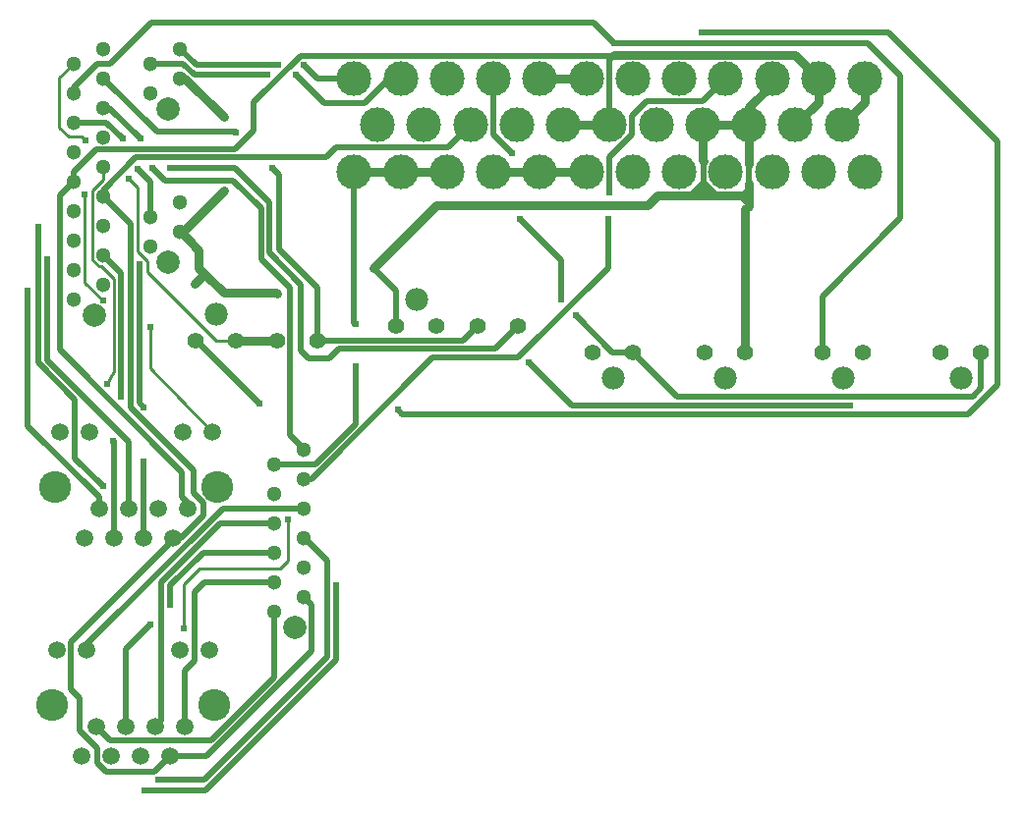
<source format=gbr>
G04 #@! TF.FileFunction,Copper,L1,Top,Signal*
%FSLAX46Y46*%
G04 Gerber Fmt 4.6, Leading zero omitted, Abs format (unit mm)*
G04 Created by KiCad (PCBNEW 4.0.7-e2-6376~58~ubuntu16.04.1) date Thu Mar  1 20:25:12 2018*
%MOMM*%
%LPD*%
G01*
G04 APERTURE LIST*
%ADD10C,0.100000*%
%ADD11C,1.300000*%
%ADD12C,2.000000*%
%ADD13C,3.000000*%
%ADD14C,1.500000*%
%ADD15C,2.750000*%
%ADD16C,1.397000*%
%ADD17C,1.981000*%
%ADD18C,0.609600*%
%ADD19C,0.254000*%
%ADD20C,0.762000*%
%ADD21C,0.508000*%
G04 APERTURE END LIST*
D10*
D11*
X40640000Y-54610000D03*
X40640000Y-57150000D03*
X40640000Y-59690000D03*
X40640000Y-52070000D03*
X43180000Y-58420000D03*
X43180000Y-55880000D03*
X43180000Y-53340000D03*
X43180000Y-50800000D03*
X40640000Y-49530000D03*
X43180000Y-48260000D03*
X40640000Y-46990000D03*
X43180000Y-45720000D03*
X40640000Y-44450000D03*
X43180000Y-43180000D03*
X40640000Y-41910000D03*
X43180000Y-40640000D03*
X40640000Y-39370000D03*
X43180000Y-38100000D03*
D12*
X42440000Y-61090000D03*
D13*
X80816000Y-40696000D03*
X104816000Y-40696000D03*
X100816000Y-40696000D03*
X96816000Y-40696000D03*
X92816000Y-40696000D03*
X88816000Y-40696000D03*
X84816000Y-40696000D03*
X102816000Y-44696000D03*
X98816000Y-44696000D03*
X90816000Y-44696000D03*
X94816000Y-44696000D03*
X86816000Y-44696000D03*
X82816000Y-44696000D03*
X84816000Y-48696000D03*
X88816000Y-48696000D03*
X96816000Y-48696000D03*
X92816000Y-48696000D03*
X100816000Y-48696000D03*
X104816000Y-48696000D03*
X108816000Y-40696000D03*
X106816000Y-44696000D03*
X108816000Y-48696000D03*
X80816000Y-48696000D03*
X78816000Y-44696000D03*
X76816000Y-40696000D03*
X76816000Y-48696000D03*
X72816000Y-40696000D03*
X74816000Y-44696000D03*
X72816000Y-48696000D03*
X68816000Y-40696000D03*
X70816000Y-44696000D03*
X68816000Y-48696000D03*
X64816000Y-40696000D03*
X66816000Y-44696000D03*
X64816000Y-48696000D03*
D14*
X52578000Y-71120000D03*
X50038000Y-71120000D03*
X39478000Y-71120000D03*
X42018000Y-71120000D03*
X50478000Y-77750000D03*
X47938000Y-77750000D03*
X45398000Y-77750000D03*
X42858000Y-77750000D03*
X49208000Y-80290000D03*
X46668000Y-80290000D03*
X44128000Y-80290000D03*
X41588000Y-80290000D03*
D15*
X52978000Y-75870000D03*
X39078000Y-75870000D03*
D16*
X54638000Y-63246000D03*
X51138000Y-63246000D03*
D17*
X52888000Y-61016000D03*
D16*
X58138000Y-63246000D03*
X61638000Y-63246000D03*
X115316000Y-64262000D03*
X118816000Y-64262000D03*
D17*
X117066000Y-66492000D03*
D16*
X105156000Y-64262000D03*
X108656000Y-64262000D03*
D17*
X106906000Y-66492000D03*
D16*
X85344000Y-64262000D03*
X88844000Y-64262000D03*
D17*
X87094000Y-66492000D03*
D16*
X71910000Y-61976000D03*
X68410000Y-61976000D03*
D17*
X70160000Y-59746000D03*
D16*
X75410000Y-61976000D03*
X78910000Y-61976000D03*
D11*
X47244000Y-39370000D03*
X47244000Y-41910000D03*
X49784000Y-40640000D03*
X49784000Y-38100000D03*
D12*
X48744000Y-43310000D03*
D11*
X47244000Y-52578000D03*
X47244000Y-55118000D03*
X49784000Y-53848000D03*
X49784000Y-51308000D03*
D12*
X48744000Y-56518000D03*
D14*
X52324000Y-89916000D03*
X49784000Y-89916000D03*
X39224000Y-89916000D03*
X41764000Y-89916000D03*
X50224000Y-96546000D03*
X47684000Y-96546000D03*
X45144000Y-96546000D03*
X42604000Y-96546000D03*
X48954000Y-99086000D03*
X46414000Y-99086000D03*
X43874000Y-99086000D03*
X41334000Y-99086000D03*
D15*
X52724000Y-94666000D03*
X38824000Y-94666000D03*
D11*
X57912000Y-81534000D03*
X57912000Y-84074000D03*
X57912000Y-86614000D03*
X57912000Y-78994000D03*
X60452000Y-85344000D03*
X60452000Y-82804000D03*
X60452000Y-80264000D03*
X60452000Y-77724000D03*
X57912000Y-76454000D03*
X60452000Y-75184000D03*
X57912000Y-73914000D03*
X60452000Y-72644000D03*
D12*
X59712000Y-88014000D03*
D16*
X94996000Y-64262000D03*
X98496000Y-64262000D03*
D17*
X96746000Y-66492000D03*
D18*
X41671240Y-46050200D03*
X45405040Y-49352200D03*
X94706440Y-36703000D03*
X68569840Y-69240400D03*
X56657240Y-68681600D03*
X54625240Y-45313600D03*
X57749440Y-48412400D03*
X83886040Y-61066680D03*
X82621120Y-59766200D03*
X79044800Y-52796440D03*
X78445360Y-47091600D03*
X87249000Y-37592000D03*
X46395640Y-45872400D03*
X48935640Y-48412400D03*
X107569000Y-68834000D03*
X79883000Y-65151000D03*
X51094640Y-58394600D03*
X53558440Y-43992800D03*
X53583840Y-50292000D03*
X66487040Y-57007760D03*
X58160920Y-59232800D03*
X85628480Y-51587410D03*
X81661000Y-51587410D03*
X77083920Y-51587410D03*
X59781440Y-40360600D03*
X57292240Y-40360600D03*
X58282840Y-39522400D03*
X60467240Y-39497000D03*
X46141640Y-48488600D03*
X38354000Y-56261000D03*
X36703000Y-58928000D03*
X43180000Y-75819000D03*
X37592000Y-53467000D03*
X44704000Y-68072000D03*
X44069000Y-71882000D03*
X46294040Y-56642000D03*
X46649640Y-69011800D03*
X46675040Y-73736200D03*
X53672740Y-84112100D03*
X43512740Y-67030600D03*
X47259240Y-62077600D03*
X43206303Y-59850559D03*
X41615360Y-50678080D03*
X47386240Y-48361600D03*
X44871640Y-45872400D03*
X59133740Y-78714600D03*
X50116740Y-88049100D03*
X47259240Y-87731600D03*
X48973740Y-86080600D03*
X47919640Y-101142800D03*
X63235840Y-84404200D03*
X46751240Y-102031800D03*
X86819740Y-50457100D03*
X86692740Y-52743100D03*
X64912240Y-61823600D03*
X64912240Y-65506600D03*
D19*
X54638000Y-63246000D02*
X52898040Y-63246000D01*
X39410640Y-40599360D02*
X40640000Y-39370000D01*
X39410640Y-44881800D02*
X39410640Y-40599360D01*
X40223440Y-45694600D02*
X39410640Y-44881800D01*
X41315640Y-45694600D02*
X40223440Y-45694600D01*
X41671240Y-46050200D02*
X41315640Y-45694600D01*
X46167040Y-50114200D02*
X45405040Y-49352200D01*
X46167040Y-55575200D02*
X46167040Y-50114200D01*
X47005240Y-56413400D02*
X46167040Y-55575200D01*
X47005240Y-57353200D02*
X47005240Y-56413400D01*
X52898040Y-63246000D02*
X47005240Y-57353200D01*
D20*
X54638000Y-63246000D02*
X58138000Y-63246000D01*
D21*
X51138000Y-63246000D02*
X51221640Y-63246000D01*
X51221640Y-63246000D02*
X56657240Y-68681600D01*
X110810040Y-36703000D02*
X94706440Y-36703000D01*
X120208040Y-46101000D02*
X110810040Y-36703000D01*
X120208040Y-67106800D02*
X120208040Y-46101000D01*
X117693440Y-69621400D02*
X120208040Y-67106800D01*
X68950840Y-69621400D02*
X117693440Y-69621400D01*
X68569840Y-69240400D02*
X68950840Y-69621400D01*
X61638000Y-63246000D02*
X61638000Y-58701760D01*
X47802800Y-45262800D02*
X43180000Y-40640000D01*
X54574440Y-45262800D02*
X47802800Y-45262800D01*
X54625240Y-45313600D02*
X54574440Y-45262800D01*
X58333640Y-48996600D02*
X57749440Y-48412400D01*
X58333640Y-55397400D02*
X58333640Y-48996600D01*
X61638000Y-58701760D02*
X58333640Y-55397400D01*
X75410000Y-61976000D02*
X75402440Y-61976000D01*
X75402440Y-61976000D02*
X74132440Y-63246000D01*
X74132440Y-63246000D02*
X61638000Y-63246000D01*
X75410000Y-61976000D02*
X75410000Y-62400240D01*
X75410000Y-61976000D02*
X75410000Y-62019240D01*
X83886040Y-61066680D02*
X87081360Y-64262000D01*
X87081360Y-64262000D02*
X88844000Y-64262000D01*
X79044800Y-52796440D02*
X82621120Y-56372760D01*
X82621120Y-56372760D02*
X82621120Y-59766200D01*
X76816000Y-40696000D02*
X76816000Y-45517474D01*
X76816000Y-45517474D02*
X78390126Y-47091600D01*
X78390126Y-47091600D02*
X78445360Y-47091600D01*
X118816000Y-64262000D02*
X118816000Y-67366000D01*
X92654000Y-68072000D02*
X88844000Y-64262000D01*
X118110000Y-68072000D02*
X92654000Y-68072000D01*
X118816000Y-67366000D02*
X118110000Y-68072000D01*
X105156000Y-64262000D02*
X105156000Y-59436000D01*
X109093000Y-37592000D02*
X87249000Y-37592000D01*
X111887000Y-40386000D02*
X109093000Y-37592000D01*
X111887000Y-52705000D02*
X111887000Y-40386000D01*
X105156000Y-59436000D02*
X111887000Y-52705000D01*
X42672000Y-39370000D02*
X40640000Y-41402000D01*
X43815000Y-39370000D02*
X42672000Y-39370000D01*
X47371000Y-35814000D02*
X43815000Y-39370000D01*
X85471000Y-35814000D02*
X47371000Y-35814000D01*
X87249000Y-37592000D02*
X85471000Y-35814000D01*
X40640000Y-41402000D02*
X40640000Y-41910000D01*
X78910000Y-61976000D02*
X78907640Y-61976000D01*
X78907640Y-61976000D02*
X76926440Y-63957200D01*
X46395640Y-45872400D02*
X43703240Y-43180000D01*
X54523640Y-48412400D02*
X48935640Y-48412400D01*
X57495440Y-51384200D02*
X54523640Y-48412400D01*
X57495440Y-55702200D02*
X57495440Y-51384200D01*
X60213240Y-58420000D02*
X57495440Y-55702200D01*
X60213240Y-64135000D02*
X60213240Y-58420000D01*
X60899040Y-64820800D02*
X60213240Y-64135000D01*
X62651640Y-64820800D02*
X60899040Y-64820800D01*
X63515240Y-63957200D02*
X62651640Y-64820800D01*
X76926440Y-63957200D02*
X63515240Y-63957200D01*
X43703240Y-43180000D02*
X43180000Y-43180000D01*
X78910000Y-61976000D02*
X78806040Y-61976000D01*
X43180000Y-43180000D02*
X43703240Y-43180000D01*
X78910000Y-61976000D02*
X78729840Y-61976000D01*
X83566000Y-68834000D02*
X107569000Y-68834000D01*
X79883000Y-65151000D02*
X83566000Y-68834000D01*
D20*
X51937920Y-57551320D02*
X51937920Y-57525920D01*
X51094640Y-58394600D02*
X51937920Y-57551320D01*
X49784000Y-53848000D02*
X50027840Y-53848000D01*
X50027840Y-53848000D02*
X53583840Y-50292000D01*
X53558440Y-43992800D02*
X50205640Y-40640000D01*
X50205640Y-40640000D02*
X49784000Y-40640000D01*
X49977040Y-40640000D02*
X49784000Y-40640000D01*
X98496000Y-51950199D02*
X98782599Y-51663600D01*
X98496000Y-64262000D02*
X98496000Y-51950199D01*
D21*
X68410000Y-61976000D02*
X68410000Y-58930720D01*
X68410000Y-58930720D02*
X66487040Y-57007760D01*
D20*
X71907390Y-51587410D02*
X66487040Y-57007760D01*
X53578760Y-59166760D02*
X58094880Y-59166760D01*
X58094880Y-59166760D02*
X58160920Y-59232800D01*
D21*
X98816000Y-49705434D02*
X98816000Y-48000920D01*
D20*
X98816000Y-44696000D02*
X98816000Y-48000920D01*
X94909599Y-47780927D02*
X94816000Y-47687328D01*
X94816000Y-47687328D02*
X94816000Y-44696000D01*
X98816000Y-44696000D02*
X94816000Y-44696000D01*
X98782599Y-50733960D02*
X98782599Y-50017680D01*
D19*
X98074480Y-50733960D02*
X98074480Y-50725799D01*
D20*
X98782599Y-50017680D02*
X98782599Y-49738835D01*
D19*
X98074480Y-50725799D02*
X98782599Y-50017680D01*
D21*
X98074480Y-50733960D02*
X98782599Y-50733960D01*
X96032486Y-50733960D02*
X98074480Y-50733960D01*
D19*
X98074480Y-50733960D02*
X98074480Y-50955481D01*
D20*
X98782599Y-51663600D02*
X98782599Y-50733960D01*
D19*
X98074480Y-50955481D02*
X98782599Y-51663600D01*
D21*
X95590526Y-50292000D02*
X94970600Y-50292000D01*
X94970600Y-50292000D02*
X94711520Y-50292000D01*
X94909599Y-49616401D02*
X94909599Y-50230999D01*
X94909599Y-50230999D02*
X94970600Y-50292000D01*
X95590526Y-50292000D02*
X96032486Y-50733960D01*
X94909599Y-49611073D02*
X95590526Y-50292000D01*
X94909599Y-49616401D02*
X94472760Y-50053240D01*
X94711520Y-50292000D02*
X94472760Y-50053240D01*
X94472760Y-50053240D02*
X93792040Y-50733960D01*
D20*
X98782599Y-50733960D02*
X93792040Y-50733960D01*
X93792040Y-50733960D02*
X90968604Y-50733960D01*
D21*
X94909599Y-49611073D02*
X94909599Y-49616401D01*
D20*
X90115155Y-51587410D02*
X85628480Y-51587410D01*
X85628480Y-51587410D02*
X84825840Y-51587410D01*
X84825840Y-51587410D02*
X81661000Y-51587410D01*
X81661000Y-51587410D02*
X80645000Y-51587410D01*
X80645000Y-51587410D02*
X77083920Y-51587410D01*
X77083920Y-51587410D02*
X76448920Y-51587410D01*
X76448920Y-51587410D02*
X71907390Y-51587410D01*
X90968604Y-50733960D02*
X90115155Y-51587410D01*
D21*
X98782599Y-49738835D02*
X98816000Y-49705434D01*
X94909599Y-47780927D02*
X94909599Y-49611073D01*
D20*
X51435000Y-57023000D02*
X51937920Y-57525920D01*
X51937920Y-57525920D02*
X53578760Y-59166760D01*
X51435000Y-55504080D02*
X51435000Y-57023000D01*
X50433999Y-54497999D02*
X50433999Y-54503079D01*
X49784000Y-53848000D02*
X50433999Y-54497999D01*
X50433999Y-54503079D02*
X51435000Y-55504080D01*
X49784000Y-53848000D02*
X50038000Y-53848000D01*
X100816000Y-40696000D02*
X100816000Y-41170000D01*
X100816000Y-41170000D02*
X98816000Y-43170000D01*
X98816000Y-43170000D02*
X98816000Y-44696000D01*
X76816000Y-48696000D02*
X80816000Y-48696000D01*
X80816000Y-48696000D02*
X84816000Y-48696000D01*
D21*
X47244000Y-39370000D02*
X50053240Y-39370000D01*
X65725040Y-42799000D02*
X67828040Y-40696000D01*
X62219840Y-42799000D02*
X65725040Y-42799000D01*
X59781440Y-40360600D02*
X62219840Y-42799000D01*
X51043840Y-40360600D02*
X57292240Y-40360600D01*
X50053240Y-39370000D02*
X51043840Y-40360600D01*
X67828040Y-40696000D02*
X68816000Y-40696000D01*
X67889000Y-40696000D02*
X68816000Y-40696000D01*
X67889000Y-40696000D02*
X68816000Y-40696000D01*
X49784000Y-38100000D02*
X49784000Y-38110160D01*
X49784000Y-38110160D02*
X51196240Y-39522400D01*
X51196240Y-39522400D02*
X58282840Y-39522400D01*
X60467240Y-39497000D02*
X61666240Y-40696000D01*
X61666240Y-40696000D02*
X64816000Y-40696000D01*
X47244000Y-52578000D02*
X47244000Y-49590960D01*
X47244000Y-49590960D02*
X46141640Y-48488600D01*
X45398000Y-77750000D02*
X45398000Y-71985950D01*
X38354000Y-64941950D02*
X38354000Y-56261000D01*
X45398000Y-71985950D02*
X38354000Y-64941950D01*
X42858000Y-77750000D02*
X42858000Y-76767000D01*
X36703000Y-70612000D02*
X36703000Y-58928000D01*
X42858000Y-76767000D02*
X36703000Y-70612000D01*
X43180000Y-75819000D02*
X40767000Y-73406000D01*
X40767000Y-73406000D02*
X40767000Y-68326000D01*
X40767000Y-68326000D02*
X37592000Y-65151000D01*
X37592000Y-65151000D02*
X37592000Y-53467000D01*
X44128000Y-80290000D02*
X44128000Y-71941000D01*
X44704000Y-57404000D02*
X43180000Y-55880000D01*
X44704000Y-68072000D02*
X44704000Y-57404000D01*
X44128000Y-71941000D02*
X44069000Y-71882000D01*
X46668000Y-80290000D02*
X46668000Y-73743240D01*
X46294040Y-68656200D02*
X46294040Y-56642000D01*
X46649640Y-69011800D02*
X46294040Y-68656200D01*
X46668000Y-73743240D02*
X46675040Y-73736200D01*
X43180000Y-53340000D02*
X43195240Y-53340000D01*
X49208000Y-80290000D02*
X49208000Y-80448840D01*
X49208000Y-80448840D02*
X40401240Y-89255600D01*
X47608400Y-100431600D02*
X48954000Y-99086000D01*
X43449240Y-100431600D02*
X47608400Y-100431600D01*
X42687240Y-99669600D02*
X43449240Y-100431600D01*
X42687240Y-98399600D02*
X42687240Y-99669600D01*
X41163240Y-96875600D02*
X42687240Y-98399600D01*
X41163240Y-94081600D02*
X41163240Y-96875600D01*
X40401240Y-93319600D02*
X41163240Y-94081600D01*
X40401240Y-89255600D02*
X40401240Y-93319600D01*
X43180000Y-50800000D02*
X43180000Y-50307240D01*
X43180000Y-50307240D02*
X46014640Y-47472600D01*
X72877600Y-46634400D02*
X74816000Y-44696000D01*
X63261240Y-46634400D02*
X72877600Y-46634400D01*
X62423040Y-47472600D02*
X63261240Y-46634400D01*
X46014640Y-47472600D02*
X62423040Y-47472600D01*
X43180000Y-50800000D02*
X43180000Y-50332640D01*
X60452000Y-85344000D02*
X60452000Y-85404960D01*
X60452000Y-85404960D02*
X61127640Y-86080600D01*
X52084640Y-99086000D02*
X48954000Y-99086000D01*
X61127640Y-90043000D02*
X52084640Y-99086000D01*
X61127640Y-86080600D02*
X61127640Y-90043000D01*
X49208000Y-80290000D02*
X49874840Y-80290000D01*
X49874840Y-80290000D02*
X51831240Y-78333600D01*
X45544740Y-53164740D02*
X43180000Y-50800000D01*
X45544740Y-68999100D02*
X45544740Y-53164740D01*
X51005740Y-74460100D02*
X45544740Y-68999100D01*
X51005740Y-76428600D02*
X51005740Y-74460100D01*
X51831240Y-77254100D02*
X51005740Y-76428600D01*
X51831240Y-78333600D02*
X51831240Y-77254100D01*
X60452000Y-85344000D02*
X60452000Y-85366860D01*
D20*
X108816000Y-40696000D02*
X108816000Y-42696000D01*
X108816000Y-42696000D02*
X106816000Y-44696000D01*
D21*
X49208000Y-80290000D02*
X49208000Y-80332000D01*
X49234000Y-80264000D02*
X49208000Y-80290000D01*
X40640000Y-49530000D02*
X40640000Y-48732440D01*
X60162440Y-38735000D02*
X87171519Y-38735000D01*
X56149240Y-42748200D02*
X60162440Y-38735000D01*
X56149240Y-45186600D02*
X56149240Y-42748200D01*
X54523642Y-46812198D02*
X56149240Y-45186600D01*
X42560242Y-46812198D02*
X54523642Y-46812198D01*
X40640000Y-48732440D02*
X42560242Y-46812198D01*
X40640000Y-49530000D02*
X40640000Y-49011840D01*
X40640000Y-49530000D02*
X40640000Y-48961040D01*
X50478000Y-77750000D02*
X50478000Y-77285160D01*
X50478000Y-77285160D02*
X49977040Y-76784200D01*
X39436040Y-50733960D02*
X40640000Y-49530000D01*
X39436040Y-64048638D02*
X39436040Y-50733960D01*
X49977040Y-74589638D02*
X39436040Y-64048638D01*
X49977040Y-76784200D02*
X49977040Y-74589638D01*
X50224000Y-96546000D02*
X50224000Y-91688340D01*
X51894740Y-84112100D02*
X53672740Y-84112100D01*
X51069240Y-84937600D02*
X51894740Y-84112100D01*
X51069240Y-90843100D02*
X51069240Y-84937600D01*
X50224000Y-91688340D02*
X51069240Y-90843100D01*
X53710840Y-84074000D02*
X57912000Y-84074000D01*
X53672740Y-84112100D02*
X53710840Y-84074000D01*
X86816000Y-44696000D02*
X86816000Y-39090519D01*
X86816000Y-39090519D02*
X87171519Y-38735000D01*
X87171519Y-38735000D02*
X87243920Y-38662599D01*
D20*
X104816000Y-40696000D02*
X102782599Y-38662599D01*
X102782599Y-38662599D02*
X87243920Y-38662599D01*
X86816000Y-44696000D02*
X82816000Y-44696000D01*
X50478000Y-77335960D02*
X50478000Y-77750000D01*
X104816000Y-40696000D02*
X104816000Y-42696000D01*
X104816000Y-42696000D02*
X102816000Y-44696000D01*
D19*
X43512740Y-67030600D02*
X43804840Y-66497200D01*
X43804840Y-66497200D02*
X44109640Y-65887600D01*
X44109640Y-65887600D02*
X44109401Y-57982881D01*
X43512740Y-67030600D02*
X43629341Y-67030600D01*
X43180000Y-48260000D02*
X43180000Y-49424486D01*
X43180000Y-49424486D02*
X42250599Y-50353887D01*
X42250599Y-50353887D02*
X42250599Y-56326113D01*
X42250599Y-56326113D02*
X42810326Y-56885840D01*
X42810326Y-56885840D02*
X43012360Y-56885840D01*
X43012360Y-56885840D02*
X44109401Y-57982881D01*
X47259240Y-62077600D02*
X47259240Y-65633600D01*
X47259240Y-65633600D02*
X52578000Y-71120000D01*
X41615360Y-50678080D02*
X41615360Y-58259616D01*
X41615360Y-58259616D02*
X43206303Y-59850559D01*
D21*
X60452000Y-72644000D02*
X60452000Y-72628760D01*
X60452000Y-72628760D02*
X59273440Y-71450200D01*
X59273440Y-71450200D02*
X59273440Y-58724800D01*
X59273440Y-58724800D02*
X56784240Y-56235600D01*
X56784240Y-56235600D02*
X56784240Y-51892200D01*
X56784240Y-51892200D02*
X54345840Y-49453800D01*
X54345840Y-49453800D02*
X48478440Y-49453800D01*
X48478440Y-49453800D02*
X47386240Y-48361600D01*
X44871640Y-45872400D02*
X43449240Y-44450000D01*
X43449240Y-44450000D02*
X40640000Y-44450000D01*
D19*
X59133740Y-78714600D02*
X59133740Y-82207100D01*
X59133740Y-82207100D02*
X58435240Y-82905600D01*
X58435240Y-82905600D02*
X51450240Y-82905600D01*
X51450240Y-82905600D02*
X50116740Y-84239100D01*
X50116740Y-84239100D02*
X50116740Y-88049100D01*
D21*
X60452000Y-77724000D02*
X53520340Y-77724000D01*
X53520340Y-77724000D02*
X41764000Y-89480340D01*
X41764000Y-89480340D02*
X41764000Y-89916000D01*
D19*
X42344340Y-89916000D02*
X41764000Y-89916000D01*
D21*
X57912000Y-78994000D02*
X53266340Y-78994000D01*
X48148240Y-84112100D02*
X48148240Y-96081760D01*
X53266340Y-78994000D02*
X48148240Y-84112100D01*
X48148240Y-96081760D02*
X47684000Y-96546000D01*
X57912000Y-81534000D02*
X51805840Y-81534000D01*
X45144000Y-89846840D02*
X45144000Y-96546000D01*
X47259240Y-87731600D02*
X45144000Y-89846840D01*
X48973740Y-84366100D02*
X48973740Y-86080600D01*
X51805840Y-81534000D02*
X48973740Y-84366100D01*
X57912000Y-81534000D02*
X57457340Y-81534000D01*
X57912000Y-86614000D02*
X57912000Y-92293440D01*
X43797200Y-97739200D02*
X42604000Y-96546000D01*
X52466240Y-97739200D02*
X43797200Y-97739200D01*
X57912000Y-92293440D02*
X52466240Y-97739200D01*
X60452000Y-80264000D02*
X60518040Y-80264000D01*
X60518040Y-80264000D02*
X62499240Y-82245200D01*
X51907440Y-101142800D02*
X47919640Y-101142800D01*
X62499240Y-90551000D02*
X51907440Y-101142800D01*
X62499240Y-82245200D02*
X62499240Y-90551000D01*
X60452000Y-80264000D02*
X60452000Y-80518000D01*
X63235840Y-90830400D02*
X63235840Y-84404200D01*
X52009040Y-102057200D02*
X63235840Y-90830400D01*
X46776640Y-102057200D02*
X52009040Y-102057200D01*
X46751240Y-102031800D02*
X46776640Y-102057200D01*
X60452000Y-82804000D02*
X60452000Y-82864960D01*
D20*
X80816000Y-40696000D02*
X84816000Y-40696000D01*
D21*
X60452000Y-75184000D02*
X61140340Y-75184000D01*
X94865400Y-42646600D02*
X96816000Y-40696000D01*
X89994740Y-42646600D02*
X94865400Y-42646600D01*
X88724740Y-43916600D02*
X89994740Y-42646600D01*
X88724740Y-45504100D02*
X88724740Y-43916600D01*
X86819740Y-47409100D02*
X88724740Y-45504100D01*
X86819740Y-50457100D02*
X86819740Y-47409100D01*
X86692740Y-56997600D02*
X86692740Y-52743100D01*
X78945740Y-64744600D02*
X86692740Y-56997600D01*
X71579740Y-64744600D02*
X78945740Y-64744600D01*
X61140340Y-75184000D02*
X71579740Y-64744600D01*
X95829000Y-40696000D02*
X96816000Y-40696000D01*
X60452000Y-75184000D02*
X60452000Y-75057000D01*
X57912000Y-73914000D02*
X61476390Y-73914000D01*
X64816000Y-61727360D02*
X64816000Y-48696000D01*
X64912240Y-61823600D02*
X64816000Y-61727360D01*
X64912240Y-70478150D02*
X64912240Y-65506600D01*
X61476390Y-73914000D02*
X64912240Y-70478150D01*
X68816000Y-49918840D02*
X68816000Y-48696000D01*
D20*
X68816000Y-48696000D02*
X64816000Y-48696000D01*
X72816000Y-48696000D02*
X68816000Y-48696000D01*
M02*

</source>
